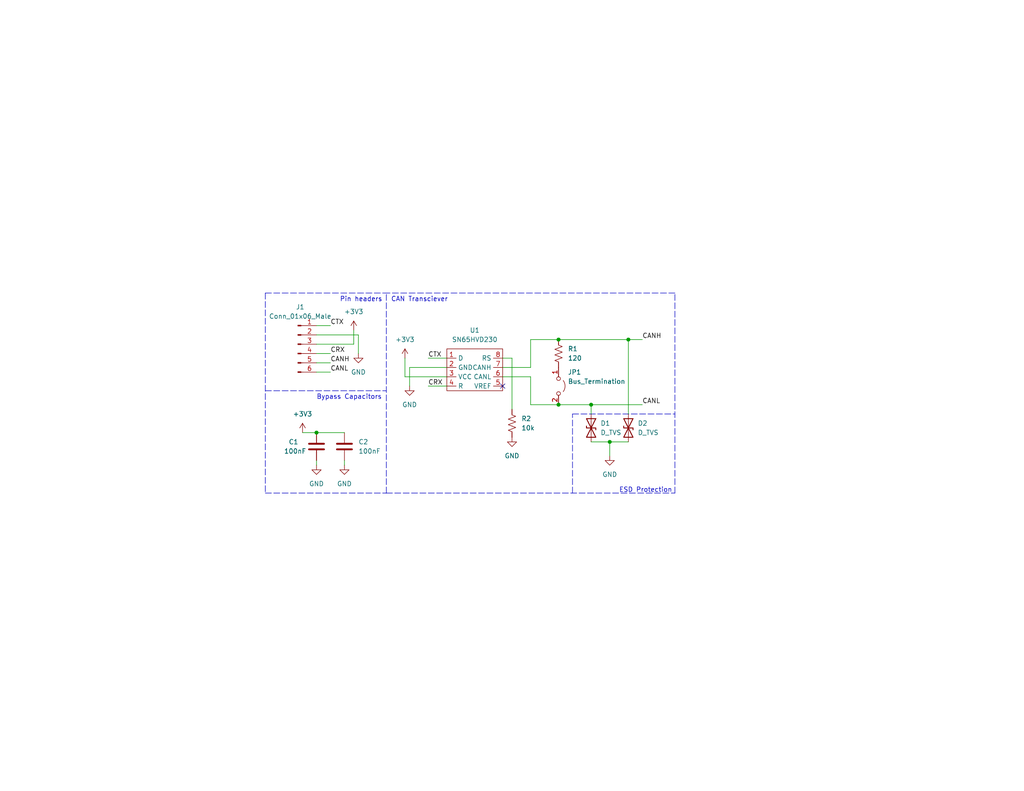
<source format=kicad_sch>
(kicad_sch (version 20211123) (generator eeschema)
  (paper "USLetter")
  (title_block (title "SDM Can Board") (date "2022-10-03") (rev "v1.0"))
  (lib_symbols
    (symbol "Connector:Conn_01x06_Male" (pin_names (offset 1.016) hide)
      (property "Reference" "J" (at 0 7.62 0))
      (property "Value" "Conn_01x06_Male" (at 0 -10.16 0))
      (symbol "Conn_01x06_Male_1_1"
        (polyline (pts (xy 1.27 -7.62) (xy 0.8636 -7.62)) (stroke (width 0.1524)))
        (polyline (pts (xy 1.27 -5.08) (xy 0.8636 -5.08)) (stroke (width 0.1524)))
        (polyline (pts (xy 1.27 -2.54) (xy 0.8636 -2.54)) (stroke (width 0.1524)))
        (polyline (pts (xy 1.27 0) (xy 0.8636 0)) (stroke (width 0.1524)))
        (polyline (pts (xy 1.27 2.54) (xy 0.8636 2.54)) (stroke (width 0.1524)))
        (polyline (pts (xy 1.27 5.08) (xy 0.8636 5.08)) (stroke (width 0.1524)))
        (rectangle (start 0.8636 -7.493) (end 0 -7.747) (stroke (width 0.1524)) (fill (type outline)))
        (rectangle (start 0.8636 -4.953) (end 0 -5.207) (stroke (width 0.1524)) (fill (type outline)))
        (rectangle (start 0.8636 -2.413) (end 0 -2.667) (stroke (width 0.1524)) (fill (type outline)))
        (rectangle (start 0.8636 0.127) (end 0 -0.127) (stroke (width 0.1524)) (fill (type outline)))
        (rectangle (start 0.8636 2.667) (end 0 2.413) (stroke (width 0.1524)) (fill (type outline)))
        (rectangle (start 0.8636 5.207) (end 0 4.953) (stroke (width 0.1524)) (fill (type outline)))
        (pin passive line (at 5.08 5.08 180) (length 3.81) (name "Pin_1") (number "1"))
        (pin passive line (at 5.08 2.54 180) (length 3.81) (name "Pin_2") (number "2"))
        (pin passive line (at 5.08 0 180) (length 3.81) (name "Pin_3") (number "3"))
        (pin passive line (at 5.08 -2.54 180) (length 3.81) (name "Pin_4") (number "4"))
        (pin passive line (at 5.08 -5.08 180) (length 3.81) (name "Pin_5") (number "5"))
        (pin passive line (at 5.08 -7.62 180) (length 3.81) (name "Pin_6") (number "6"))
      )
    )
    (symbol "Device:C" (pin_numbers hide) (pin_names (offset 0.254))
      (property "Reference" "C" (at 0.635 2.54 0))
      (property "Value" "C" (at 0.635 -2.54 0))
      (symbol "C_0_1"
        (polyline (pts (xy -2.032 -0.762) (xy 2.032 -0.762)) (stroke (width 0.508)))
        (polyline (pts (xy -2.032 0.762) (xy 2.032 0.762)) (stroke (width 0.508)))
      )
      (symbol "C_1_1"
        (pin passive line (at 0 3.81 270) (length 2.794) (name "~") (number "1"))
        (pin passive line (at 0 -3.81 90) (length 2.794) (name "~") (number "2"))
      )
    )
    (symbol "Device:D_TVS" (pin_numbers hide) (pin_names (offset 1.016) hide)
      (property "Reference" "D" (at 0 2.54 0))
      (property "Value" "D_TVS" (at 0 -2.54 0))
      (symbol "D_TVS_0_1"
        (polyline (pts (xy 1.27 0) (xy -1.27 0)))
        (polyline (pts (xy 0.508 1.27) (xy 0 1.27) (xy 0 -1.27) (xy -0.508 -1.27)) (stroke (width 0.254)))
        (polyline (pts (xy -2.54 1.27) (xy -2.54 -1.27) (xy 2.54 1.27) (xy 2.54 -1.27) (xy -2.54 1.27)) (stroke (width 0.254)))
      )
      (symbol "D_TVS_1_1"
        (pin passive line (at -3.81 0 0) (length 2.54) (name "A1") (number "1"))
        (pin passive line (at 3.81 0 180) (length 2.54) (name "A2") (number "2"))
      )
    )
    (symbol "Device:R_US" (pin_numbers hide) (pin_names (offset 0))
      (property "Reference" "R" (at 2.54 0 90))
      (property "Value" "R_US" (at -2.54 0 90))
      (symbol "R_US_0_1"
        (polyline (pts (xy 0 -2.286) (xy 0 -2.54)))
        (polyline (pts (xy 0 2.286) (xy 0 2.54)))
        (polyline (pts (xy 0 -0.762) (xy 1.016 -1.143) (xy 0 -1.524) (xy -1.016 -1.905) (xy 0 -2.286)))
        (polyline (pts (xy 0 0.762) (xy 1.016 0.381) (xy 0 0) (xy -1.016 -0.381) (xy 0 -0.762)))
        (polyline (pts (xy 0 2.286) (xy 1.016 1.905) (xy 0 1.524) (xy -1.016 1.143) (xy 0 0.762)))
      )
      (symbol "R_US_1_1"
        (pin passive line (at 0 3.81 270) (length 1.27) (name "~") (number "1"))
        (pin passive line (at 0 -3.81 90) (length 1.27) (name "~") (number "2"))
      )
    )
    (symbol "Jumper:Jumper_2_Open" (pin_names (offset 0) hide)
      (property "Reference" "JP" (at 0 2.794 0))
      (property "Value" "Jumper_2_Open" (at 0 -2.286 0))
      (symbol "Jumper_2_Open_0_0"
        (circle (center -2.032 0) (radius 0.508))
        (circle (center 2.032 0) (radius 0.508))
      )
      (symbol "Jumper_2_Open_0_1"
        (arc (start 1.524 1.27) (mid 0 1.778) (end -1.524 1.27))
      )
      (symbol "Jumper_2_Open_1_1"
        (pin passive line (at -5.08 0 0) (length 2.54) (name "A") (number "1"))
        (pin passive line (at 5.08 0 180) (length 2.54) (name "B") (number "2"))
      )
    )
    (symbol "SDM:SN65HVD230"
      (property "Reference" "U" (at 0 0 0))
      (property "Value" "SN65HVD230" (at 0 -2.54 0))
      (symbol "SN65HVD230_0_1"
        (rectangle (start -6.35 -15.24) (end 8.89 -3.81))
      )
      (symbol "SN65HVD230_1_1"
        (pin input line (at -6.35 -6.35 0) (length 2.54) (name "D") (number "1"))
        (pin input line (at -6.35 -8.89 0) (length 2.54) (name "GND") (number "2"))
        (pin input line (at -6.35 -11.43 0) (length 2.54) (name "VCC") (number "3"))
        (pin output line (at -6.35 -13.97 0) (length 2.54) (name "R") (number "4"))
        (pin input line (at 8.89 -13.97 180) (length 2.54) (name "VREF") (number "5"))
        (pin input line (at 8.89 -11.43 180) (length 2.54) (name "CANL") (number "6"))
        (pin input line (at 8.89 -8.89 180) (length 2.54) (name "CANH") (number "7"))
        (pin input line (at 8.89 -6.35 180) (length 2.54) (name "RS") (number "8"))
      )
    )
    (symbol "power:+3V3" (power) (pin_names (offset 0))
      (property "Value" "+3V3" (at 0 3.556 0))
      (symbol "+3V3_0_1"
        (polyline (pts (xy -0.762 1.27) (xy 0 2.54)))
        (polyline (pts (xy 0 0) (xy 0 2.54)))
        (polyline (pts (xy 0 2.54) (xy 0.762 1.27)))
      )
      (symbol "+3V3_1_1"
        (pin power_in line (at 0 0 90) (length 0) hide (name "+3V3") (number "1"))
      )
    )
    (symbol "power:GND" (power) (pin_names (offset 0))
      (property "Value" "GND" (at 0 -3.81 0))
      (symbol "GND_0_1"
        (polyline (pts (xy 0 0) (xy 0 -1.27) (xy 1.27 -1.27) (xy 0 -2.54) (xy -1.27 -1.27) (xy 0 -1.27)))
      )
      (symbol "GND_1_1"
        (pin power_in line (at 0 0 270) (length 0) hide (name "GND") (number "1"))
      )
    )
  )
  (junction (at 171.45 92.71))
  (junction (at 86.36 118.11))
  (junction (at 161.29 110.49))
  (junction (at 166.37 120.65))
  (junction (at 152.4 110.49))
  (junction (at 152.4 92.71))
  (no_connect (at 137.16 105.41))
  (wire (pts (xy 86.36 101.6) (xy 90.17 101.6)))
  (wire (pts (xy 161.29 110.49) (xy 175.26 110.49)))
  (wire (pts (xy 110.49 97.79) (xy 110.49 102.87)))
  (wire (pts (xy 152.4 92.71) (xy 171.45 92.71)))
  (wire (pts (xy 86.36 88.9) (xy 90.17 88.9)))
  (wire (pts (xy 166.37 120.65) (xy 171.45 120.65)))
  (wire (pts (xy 86.36 99.06) (xy 90.17 99.06)))
  (wire (pts (xy 86.36 91.44) (xy 97.79 91.44)))
  (wire (pts (xy 137.16 100.33) (xy 144.78 100.33)))
  (polyline (pts (xy 72.39 80.01) (xy 72.39 134.62)))
  (wire (pts (xy 137.16 102.87) (xy 144.78 102.87)))
  (wire (pts (xy 166.37 120.65) (xy 166.37 124.46)))
  (wire (pts (xy 144.78 100.33) (xy 144.78 92.71)))
  (polyline (pts (xy 105.41 134.62) (xy 105.41 80.01)))
  (wire (pts (xy 144.78 92.71) (xy 152.4 92.71)))
  (wire (pts (xy 93.98 125.73) (xy 93.98 127)))
  (wire (pts (xy 96.52 90.17) (xy 96.52 93.98)))
  (polyline (pts (xy 156.21 134.62) (xy 156.21 113.03)))
  (wire (pts (xy 86.36 96.52) (xy 90.17 96.52)))
  (polyline (pts (xy 184.15 80.01) (xy 105.41 80.01)))
  (wire (pts (xy 86.36 93.98) (xy 96.52 93.98)))
  (wire (pts (xy 137.16 97.79) (xy 139.7 97.79)))
  (polyline (pts (xy 105.41 134.62) (xy 184.15 134.62)))
  (wire (pts (xy 111.76 100.33) (xy 111.76 105.41)))
  (polyline (pts (xy 72.39 106.68) (xy 105.41 106.68)))
  (wire (pts (xy 82.55 118.11) (xy 86.36 118.11)))
  (wire (pts (xy 171.45 92.71) (xy 171.45 113.03)))
  (wire (pts (xy 144.78 102.87) (xy 144.78 110.49)))
  (wire (pts (xy 144.78 110.49) (xy 152.4 110.49)))
  (wire (pts (xy 152.4 110.49) (xy 161.29 110.49)))
  (wire (pts (xy 139.7 97.79) (xy 139.7 111.76)))
  (wire (pts (xy 86.36 118.11) (xy 93.98 118.11)))
  (polyline (pts (xy 72.39 134.62) (xy 105.41 134.62)))
  (wire (pts (xy 161.29 120.65) (xy 166.37 120.65)))
  (wire (pts (xy 116.84 105.41) (xy 121.92 105.41)))
  (wire (pts (xy 116.84 97.79) (xy 121.92 97.79)))
  (polyline (pts (xy 156.21 113.03) (xy 184.15 113.03)))
  (wire (pts (xy 121.92 100.33) (xy 111.76 100.33)))
  (polyline (pts (xy 72.39 80.01) (xy 105.41 80.01)))
  (polyline (pts (xy 184.15 134.62) (xy 184.15 80.01)))
  (wire (pts (xy 171.45 92.71) (xy 175.26 92.71)))
  (wire (pts (xy 110.49 102.87) (xy 121.92 102.87)))
  (wire (pts (xy 86.36 125.73) (xy 86.36 127)))
  (wire (pts (xy 97.79 91.44) (xy 97.79 96.52)))
  (wire (pts (xy 161.29 110.49) (xy 161.29 113.03)))
  (text "Bypass Capacitors\n" (at 86.36 109.22 0) (effects (font (size 1.27 1.27)) (justify left bottom)))
  (text "Pin headers" (at 92.71 82.55 0) (effects (font (size 1.27 1.27)) (justify left bottom)))
  (text "ESD Protection\n" (at 168.91 134.62 0) (effects (font (size 1.27 1.27)) (justify left bottom)))
  (text "CAN Transciever" (at 106.68 82.55 0) (effects (font (size 1.27 1.27)) (justify left bottom)))
  (label "CRX" (at 90.17 96.52 0))
  (label "CRX" (at 116.84 105.41 0))
  (label "CANL" (at 90.17 101.6 0))
  (label "CTX" (at 116.84 97.79 0))
  (label "CANL" (at 175.26 110.49 0))
  (label "CANH" (at 175.26 92.71 0))
  (label "CTX" (at 90.17 88.9 0))
  (label "CANH" (at 90.17 99.06 0))
  (symbol (lib_id "power:GND") (at 139.7 119.38 0) (unit 1)
    (property "Reference" "#PWR0102" (effects hide))
    (property "Value" "GND" (at 139.7 124.46 0))
  )
  (symbol (lib_id "power:GND") (at 111.76 105.41 0) (unit 1)
    (property "Reference" "#PWR0104" (effects hide))
    (property "Value" "GND" (at 111.76 110.49 0))
  )
  (symbol (lib_id "Device:C") (at 93.98 121.92 0) (unit 1)
    (property "Reference" "C2" (at 97.79 120.6499 0) (effects (justify left)))
    (property "Value" "100nF" (at 97.79 123.1899 0) (effects (justify left)))
    (property "Footprint" "Capacitor_SMD:C_0402_1005Metric" (effects hide))
  )
  (symbol (lib_id "power:GND") (at 166.37 124.46 0) (unit 1)
    (property "Reference" "#PWR0101" (effects hide))
    (property "Value" "GND" (at 166.37 129.54 0))
  )
  (symbol (lib_id "Device:R_US") (at 139.7 115.57 0) (unit 1)
    (property "Reference" "R2" (at 142.24 114.2999 0) (effects (justify left)))
    (property "Value" "10k" (at 142.24 116.8399 0) (effects (justify left)))
    (property "Footprint" "Resistor_SMD:R_1206_3216Metric" (effects hide))
  )
  (symbol (lib_id "power:+3V3") (at 110.49 97.79 0) (unit 1)
    (property "Reference" "#PWR0103" (effects hide))
    (property "Value" "+3V3" (at 110.49 92.71 0))
  )
  (symbol (lib_id "power:+3V3") (at 82.55 118.11 0) (unit 1)
    (property "Reference" "#PWR0109" (effects hide))
    (property "Value" "+3V3" (at 82.55 113.03 0))
  )
  (symbol (lib_id "Jumper:Jumper_2_Open") (at 152.4 105.41 270) (unit 1)
    (property "Reference" "JP1" (at 154.94 101.6 90) (effects (justify left)))
    (property "Value" "Bus_Termination" (at 154.94 104.14 90) (effects (justify left)))
    (property "Footprint" "Connector_PinHeader_2.54mm:PinHeader_1x02_P2.54mm_Vertical" (effects hide))
  )
  (symbol (lib_id "power:GND") (at 97.79 96.52 0) (unit 1)
    (property "Reference" "#PWR0106" (effects hide))
    (property "Value" "GND" (at 97.79 101.6 0))
  )
  (symbol (lib_id "power:GND") (at 86.36 127 0) (unit 1)
    (property "Reference" "#PWR0107" (effects hide))
    (property "Value" "GND" (at 86.36 132.08 0))
  )
  (symbol (lib_id "power:GND") (at 93.98 127 0) (unit 1)
    (property "Reference" "#PWR0108" (effects hide))
    (property "Value" "GND" (at 93.98 132.08 0))
  )
  (symbol (lib_id "Connector:Conn_01x06_Male") (at 81.28 93.98 0) (unit 1)
    (property "Reference" "J1" (at 81.915 83.82 0))
    (property "Value" "Conn_01x06_Male" (at 81.915 86.36 0))
    (property "Footprint" "Connector_PinHeader_2.54mm:PinHeader_1x06_P2.54mm_Vertical" (effects hide))
  )
  (symbol (lib_id "power:+3V3") (at 96.52 90.17 0) (unit 1)
    (property "Reference" "#PWR0105" (effects hide))
    (property "Value" "+3V3" (at 96.52 85.09 0))
  )
  (symbol (lib_id "SDM:SN65HVD230") (at 128.27 91.44 0) (unit 1)
    (property "Reference" "U1" (at 129.54 90.17 0))
    (property "Value" "SN65HVD230" (at 129.54 92.71 0))
    (property "Footprint" "Package_SO:SOIC-8_3.9x4.9mm_P1.27mm" (effects hide))
  )
  (symbol (lib_id "Device:D_TVS") (at 161.29 116.84 270) (unit 1)
    (property "Reference" "D1" (at 163.83 115.5699 90) (effects (justify left)))
    (property "Value" "D_TVS" (at 163.83 118.1099 90) (effects (justify left)))
    (property "Footprint" "Diode_SMD:D_SOD-323" (effects hide))
  )
  (symbol (lib_id "Device:D_TVS") (at 171.45 116.84 270) (unit 1)
    (property "Reference" "D2" (at 173.99 115.5699 90) (effects (justify left)))
    (property "Value" "D_TVS" (at 173.99 118.1099 90) (effects (justify left)))
    (property "Footprint" "Diode_SMD:D_SOD-323" (effects hide))
  )
  (symbol (lib_id "Device:C") (at 86.36 121.92 0) (unit 1)
    (property "Reference" "C1" (at 78.74 120.65 0) (effects (justify left)))
    (property "Value" "100nF" (at 77.47 123.19 0) (effects (justify left)))
    (property "Footprint" "Capacitor_SMD:C_0402_1005Metric" (effects hide))
  )
  (symbol (lib_id "Device:R_US") (at 152.4 96.52 0) (unit 1)
    (property "Reference" "R1" (at 154.94 95.2499 0) (effects (justify left)))
    (property "Value" "120" (at 154.94 97.7899 0) (effects (justify left)))
    (property "Footprint" "Resistor_SMD:R_0603_1608Metric" (effects hide))
  )
)
</source>
